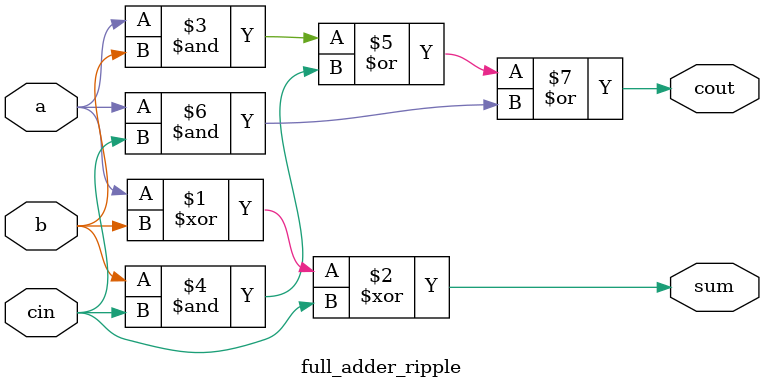
<source format=v>
module full_adder_ripple(
  input a,   
  input b,    
  input cin,  
  output sum, 
  output cout 
);

  assign sum = a ^ b ^ cin;  
  assign cout = (a & b) | (b & cin) | (a & cin);  

endmodule

</source>
